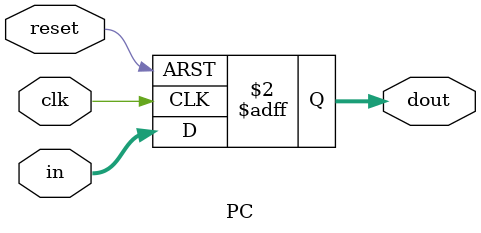
<source format=sv>
module PC(
    input [31:0] in,
    input clk,
  input reset,
    output reg [31:0] dout);

  always@(negedge clk, posedge reset) 
        begin
          if(reset)
            dout <= 32'b0;
          else
            dout <= in;
        end
    
endmodule
</source>
